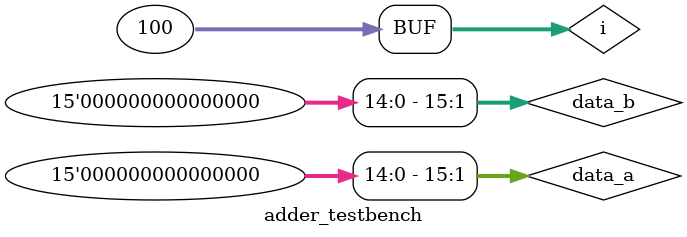
<source format=v>
module adder ( data_a, data_b, sum);

  input  [15:0] data_a ,  data_b;
  output reg [15:0] sum;

  always @(*)
   sum = data_a + data_b;

endmodule

module adder_testbench ();

  reg [15:0] data_a ,  data_b;
  wire [15:0] sum;
  integer i;

initial 
begin

    for (i = 0; i < 100; i = i + 1) 
    begin
            data_a = $random;   #100;
            data_b = $random;   #100;
    end
end
    initial 
    begin
    $display ("\t \t  Time    data_a          data_b          sum");
    $monitor ("%d %b %b %b", $time , data_a , data_b , sum);
    end

   adder A ( data_a, data_b, sum);
endmodule

</source>
